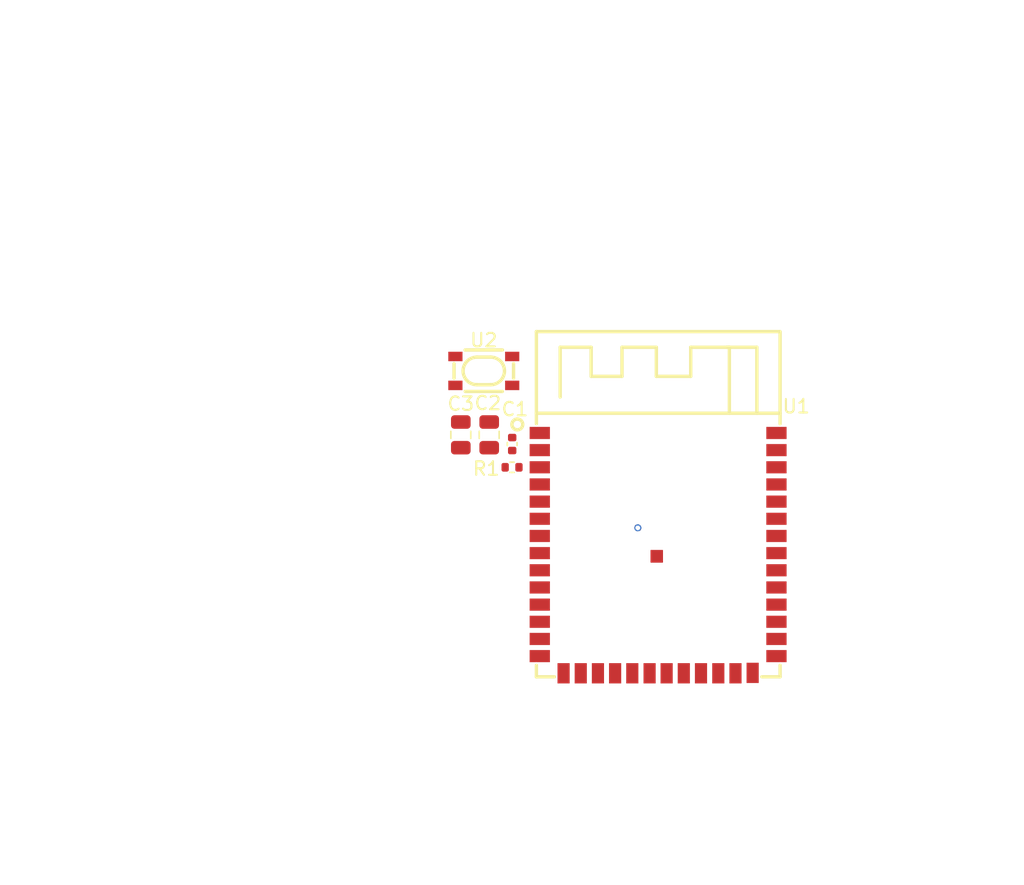
<source format=kicad_pcb>
(kicad_pcb (version 20240108) (generator "pcbnew") (generator_version "8.0")
  (layers (0 "F.Cu" signal) (31 "B.Cu" signal) (34 "B.Paste" user) (35 "F.Paste" user) (36 "B.SilkS" user "B.Silkscreen") (37 "F.SilkS" user "F.Silkscreen") (38 "B.Mask" user) (39 "F.Mask" user) (44 "Edge.Cuts" user))
  (net 0 "")
  (net 1 "en")
  (net 2 "io4")
  (net 3 "io5")
  (net 4 "io6")
  (net 5 "io7")
  (net 6 "io15")
  (net 7 "io16")
  (net 8 "io17")
  (net 9 "io18")
  (net 10 "io8")
  (net 11 "io19")
  (net 12 "io20")
  (net 13 "io3")
  (net 14 "io46")
  (net 15 "io9")
  (net 16 "io10")
  (net 17 "io11")
  (net 18 "io12")
  (net 19 "io13")
  (net 20 "io14")
  (net 21 "io21")
  (net 22 "io47")
  (net 23 "io48")
  (net 24 "io45")
  (net 25 "io0")
  (net 26 "io35")
  (net 27 "io36")
  (net 28 "io37")
  (net 29 "io38")
  (net 30 "io39")
  (net 31 "io40")
  (net 32 "ic-gnd")
  (net 33 "vcc")
  (net 34 "io41")
  (net 35 "io42")
  (net 36 "rxd0")
  (net 37 "txd0")
  (net 38 "io2")
  (net 39 "io1")
  (footprint "lib:C0402" (layer "F.Cu") (at 39.6 131.78 90)
    (property "Reference" "C1" (at 2.58 0.2 180) (layer "F.SilkS"))
    (property "Value" "16V 100nF X7R ±10% 0402  Multilayer Ceramic Capacitors MLCC - SMD/SMT ROHS")
    (fp_line (start -0.107836 -0.36) (end 0.107836 -0.36) (stroke (width 0.12)) (layer "F.SilkS"))
    (fp_line (start -0.107836 0.36) (end 0.107836 0.36) (stroke (width 0.12)) (layer "F.SilkS"))
    (pad "1" smd roundrect (at -0.48 0 90) (size 0.56 0.62) (layers "F.Cu" "F.Paste" "F.Mask") (net 33 "vcc"))
    (pad "2" smd roundrect (at 0.48 0 90) (size 0.56 0.62) (layers "F.Cu" "F.Paste" "F.Mask") (net 32 "ic-gnd"))
  )
  (footprint "lib:C0805" (layer "F.Cu") (at 35.8 131.1 90)
    (property "Reference" "C3" (at 2.3 0 180) (layer "F.SilkS"))
    (property "Value" "25V 10uF X5R ±10% 0805  Multilayer Ceramic Capacitors MLCC - SMD/SMT ROHS")
    (fp_line (start -0.261252 -0.735) (end 0.261252 -0.735) (stroke (width 0.12)) (layer "F.SilkS"))
    (fp_line (start -0.261252 0.735) (end 0.261252 0.735) (stroke (width 0.12)) (layer "F.SilkS"))
    (pad "1" smd roundrect (at -0.95 0 90) (size 1 1.45) (layers "F.Cu" "F.Paste" "F.Mask") (net 33 "vcc"))
    (pad "2" smd roundrect (at 0.95 0 90) (size 1 1.45) (layers "F.Cu" "F.Paste" "F.Mask") (net 32 "ic-gnd"))
  )
  (footprint "lib:R0402" (layer "F.Cu") (at 39.59 133.5)
    (property "Reference" "R1" (at -1.91 0.1 180) (layer "F.SilkS"))
    (property "Value" "62.5mW Thick Film Resistors ±100ppm/℃ ±1% 10kΩ 0402  Chip Resistor - Surface Mount ROHS")
    (fp_line (start -0.153641 -0.38) (end 0.153641 -0.38) (stroke (width 0.12)) (layer "F.SilkS"))
    (fp_line (start -0.153641 0.38) (end 0.153641 0.38) (stroke (width 0.12)) (layer "F.SilkS"))
    (pad "1" smd roundrect (at -0.51 0) (size 0.54 0.64) (layers "F.Cu" "F.Paste" "F.Mask") (net 33 "vcc"))
    (pad "2" smd roundrect (at 0.51 0) (size 0.54 0.64) (layers "F.Cu" "F.Paste" "F.Mask") (net 1 "en"))
  )
  (footprint "lib:WIRELM-SMD_ESP32-S3-WROOM-1" (layer "F.Cu") (at 50.39 139.85)
    (property "Reference" "U1" (at 10.21 -10.86 0) (layer "F.SilkS"))
    (property "Value" "")
    (fp_line (start -9 -16.39) (end -9 -9.57) (stroke (width 0.25)) (layer "F.SilkS"))
    (fp_line (start -9 -10.35) (end 9.02 -10.35) (stroke (width 0.25)) (layer "F.SilkS"))
    (fp_line (start -9 8.3) (end -9 9.15) (stroke (width 0.25)) (layer "F.SilkS"))
    (fp_line (start -9 9.15) (end -7.67 9.15) (stroke (width 0.25)) (layer "F.SilkS"))
    (fp_line (start -7.24 -15.23) (end -7.24 -11.55) (stroke (width 0.25)) (layer "F.SilkS"))
    (fp_line (start -4.95 -15.23) (end -7.24 -15.23) (stroke (width 0.25)) (layer "F.SilkS"))
    (fp_line (start -4.95 -13.08) (end -4.95 -15.23) (stroke (width 0.25)) (layer "F.SilkS"))
    (fp_line (start -2.67 -15.23) (end -2.67 -13.08) (stroke (width 0.25)) (layer "F.SilkS"))
    (fp_line (start -2.67 -13.08) (end -4.95 -13.08) (stroke (width 0.25)) (layer "F.SilkS"))
    (fp_line (start -0.13 -15.23) (end -2.67 -15.23) (stroke (width 0.25)) (layer "F.SilkS"))
    (fp_line (start -0.13 -13.08) (end -0.13 -15.23) (stroke (width 0.25)) (layer "F.SilkS"))
    (fp_line (start 2.41 -15.23) (end 2.41 -13.08) (stroke (width 0.25)) (layer "F.SilkS"))
    (fp_line (start 2.41 -13.08) (end -0.13 -13.08) (stroke (width 0.25)) (layer "F.SilkS"))
    (fp_line (start 5.27 -15.23) (end 2.41 -15.23) (stroke (width 0.25)) (layer "F.SilkS"))
    (fp_line (start 5.27 -10.35) (end 5.27 -15.23) (stroke (width 0.25)) (layer "F.SilkS"))
    (fp_line (start 7.3 -15.23) (end 5.06 -15.23) (stroke (width 0.25)) (layer "F.SilkS"))
    (fp_line (start 7.3 -10.35) (end 7.3 -15.23) (stroke (width 0.25)) (layer "F.SilkS"))
    (fp_line (start 7.67 9.15) (end 9.02 9.15) (stroke (width 0.25)) (layer "F.SilkS"))
    (fp_line (start 9 -16.39) (end -9 -16.39) (stroke (width 0.25)) (layer "F.SilkS"))
    (fp_line (start 9.02 -9.57) (end 9.02 -16.38) (stroke (width 0.25)) (layer "F.SilkS"))
    (fp_line (start 9.02 9.15) (end 9.02 8.3) (stroke (width 0.25)) (layer "F.SilkS"))
    (fp_circle (center -10.41 -9.52) (end -10.01 -9.52) (stroke (width 0.25)) (fill none) (layer "F.SilkS"))
    (pad "" thru_hole circle (at -1.5 -1.87) (size 0.5 0.5) (drill 0.3) (layers "*.Cu" "*.Paste" "*.Mask"))
    (pad "" thru_hole circle (at -1.5 -1.87) (size 0.5 0.5) (drill 0.3) (layers "*.Cu" "*.Paste" "*.Mask"))
    (pad "" thru_hole circle (at -1.5 -1.87) (size 0.5 0.5) (drill 0.3) (layers "*.Cu" "*.Paste" "*.Mask"))
    (pad "" thru_hole circle (at -1.5 -1.87) (size 0.5 0.5) (drill 0.3) (layers "*.Cu" "*.Paste" "*.Mask"))
    (pad "" thru_hole circle (at -1.5 -1.87) (size 0.5 0.5) (drill 0.3) (layers "*.Cu" "*.Paste" "*.Mask"))
    (pad "" thru_hole circle (at -1.5 -1.87) (size 0.5 0.5) (drill 0.3) (layers "*.Cu" "*.Paste" "*.Mask"))
    (pad "" thru_hole circle (at -1.5 -1.87) (size 0.5 0.5) (drill 0.3) (layers "*.Cu" "*.Paste" "*.Mask"))
    (pad "" thru_hole circle (at -1.5 -1.87) (size 0.5 0.5) (drill 0.3) (layers "*.Cu" "*.Paste" "*.Mask"))
    (pad "" thru_hole circle (at -1.5 -1.87) (size 0.5 0.5) (drill 0.3) (layers "*.Cu" "*.Paste" "*.Mask"))
    (pad "" thru_hole circle (at -1.5 -1.87) (size 0.5 0.5) (drill 0.3) (layers "*.Cu" "*.Paste" "*.Mask"))
    (pad "" thru_hole circle (at -1.5 -1.87) (size 0.5 0.5) (drill 0.3) (layers "*.Cu" "*.Paste" "*.Mask"))
    (pad "" thru_hole circle (at -1.5 -1.87) (size 0.5 0.5) (drill 0.3) (layers "*.Cu" "*.Paste" "*.Mask"))
    (pad "1" smd rect (at -8.75 -8.89) (size 1.5 0.9) (layers "F.Cu" "F.Paste" "F.Mask") (net 32 "ic-gnd"))
    (pad "2" smd rect (at -8.75 -7.62) (size 1.5 0.9) (layers "F.Cu" "F.Paste" "F.Mask") (net 33 "vcc"))
    (pad "3" smd rect (at -8.75 -6.35) (size 1.5 0.9) (layers "F.Cu" "F.Paste" "F.Mask") (net 1 "en"))
    (pad "4" smd rect (at -8.75 -5.08) (size 1.5 0.9) (layers "F.Cu" "F.Paste" "F.Mask") (net 2 "io4"))
    (pad "5" smd rect (at -8.75 -3.81) (size 1.5 0.9) (layers "F.Cu" "F.Paste" "F.Mask") (net 3 "io5"))
    (pad "6" smd rect (at -8.75 -2.54) (size 1.5 0.9) (layers "F.Cu" "F.Paste" "F.Mask") (net 4 "io6"))
    (pad "7" smd rect (at -8.75 -1.27) (size 1.5 0.9) (layers "F.Cu" "F.Paste" "F.Mask") (net 5 "io7"))
    (pad "8" smd rect (at -8.75 0) (size 1.5 0.9) (layers "F.Cu" "F.Paste" "F.Mask") (net 6 "io15"))
    (pad "9" smd rect (at -8.75 1.27) (size 1.5 0.9) (layers "F.Cu" "F.Paste" "F.Mask") (net 7 "io16"))
    (pad "10" smd rect (at -8.75 2.54) (size 1.5 0.9) (layers "F.Cu" "F.Paste" "F.Mask") (net 8 "io17"))
    (pad "11" smd rect (at -8.75 3.81) (size 1.5 0.9) (layers "F.Cu" "F.Paste" "F.Mask") (net 9 "io18"))
    (pad "12" smd rect (at -8.75 5.08) (size 1.5 0.9) (layers "F.Cu" "F.Paste" "F.Mask") (net 10 "io8"))
    (pad "13" smd rect (at -8.75 6.35) (size 1.5 0.9) (layers "F.Cu" "F.Paste" "F.Mask") (net 11 "io19"))
    (pad "14" smd rect (at -8.75 7.62) (size 1.5 0.9) (layers "F.Cu" "F.Paste" "F.Mask") (net 12 "io20"))
    (pad "15" smd rect (at -6.99 8.89 90) (size 1.5 0.9) (layers "F.Cu" "F.Paste" "F.Mask") (net 13 "io3"))
    (pad "16" smd rect (at -5.72 8.89 90) (size 1.5 0.9) (layers "F.Cu" "F.Paste" "F.Mask") (net 14 "io46"))
    (pad "17" smd rect (at -4.45 8.89 90) (size 1.5 0.9) (layers "F.Cu" "F.Paste" "F.Mask") (net 15 "io9"))
    (pad "18" smd rect (at -3.18 8.89 90) (size 1.5 0.9) (layers "F.Cu" "F.Paste" "F.Mask") (net 16 "io10"))
    (pad "19" smd rect (at -1.91 8.89 90) (size 1.5 0.9) (layers "F.Cu" "F.Paste" "F.Mask") (net 17 "io11"))
    (pad "20" smd rect (at -0.63 8.89 90) (size 1.5 0.9) (layers "F.Cu" "F.Paste" "F.Mask") (net 18 "io12"))
    (pad "21" smd rect (at 0.63 8.89 90) (size 1.5 0.9) (layers "F.Cu" "F.Paste" "F.Mask") (net 19 "io13"))
    (pad "22" smd rect (at 1.9 8.89 90) (size 1.5 0.9) (layers "F.Cu" "F.Paste" "F.Mask") (net 20 "io14"))
    (pad "23" smd rect (at 3.17 8.89 90) (size 1.5 0.9) (layers "F.Cu" "F.Paste" "F.Mask") (net 21 "io21"))
    (pad "24" smd rect (at 4.45 8.89 90) (size 1.5 0.9) (layers "F.Cu" "F.Paste" "F.Mask") (net 22 "io47"))
    (pad "25" smd rect (at 5.72 8.89 90) (size 1.5 0.9) (layers "F.Cu" "F.Paste" "F.Mask") (net 23 "io48"))
    (pad "26" smd rect (at 6.99 8.86 90) (size 1.5 0.9) (layers "F.Cu" "F.Paste" "F.Mask") (net 24 "io45"))
    (pad "27" smd rect (at 8.75 7.62 180) (size 1.5 0.9) (layers "F.Cu" "F.Paste" "F.Mask") (net 25 "io0"))
    (pad "28" smd rect (at 8.75 6.35 180) (size 1.5 0.9) (layers "F.Cu" "F.Paste" "F.Mask") (net 26 "io35"))
    (pad "29" smd rect (at 8.75 5.08 180) (size 1.5 0.9) (layers "F.Cu" "F.Paste" "F.Mask") (net 27 "io36"))
    (pad "30" smd rect (at 8.75 3.81 180) (size 1.5 0.9) (layers "F.Cu" "F.Paste" "F.Mask") (net 28 "io37"))
    (pad "31" smd rect (at 8.75 2.54 180) (size 1.5 0.9) (layers "F.Cu" "F.Paste" "F.Mask") (net 29 "io38"))
    (pad "32" smd rect (at 8.75 1.27 180) (size 1.5 0.9) (layers "F.Cu" "F.Paste" "F.Mask") (net 30 "io39"))
    (pad "33" smd rect (at 8.75 0 180) (size 1.5 0.9) (layers "F.Cu" "F.Paste" "F.Mask") (net 31 "io40"))
    (pad "34" smd rect (at 8.75 -1.27 180) (size 1.5 0.9) (layers "F.Cu" "F.Paste" "F.Mask") (net 34 "io41"))
    (pad "35" smd rect (at 8.75 -2.54 180) (size 1.5 0.9) (layers "F.Cu" "F.Paste" "F.Mask") (net 35 "io42"))
    (pad "36" smd rect (at 8.75 -3.81 180) (size 1.5 0.9) (layers "F.Cu" "F.Paste" "F.Mask") (net 36 "rxd0"))
    (pad "37" smd rect (at 8.75 -5.08 180) (size 1.5 0.9) (layers "F.Cu" "F.Paste" "F.Mask") (net 37 "txd0"))
    (pad "38" smd rect (at 8.75 -6.35 180) (size 1.5 0.9) (layers "F.Cu" "F.Paste" "F.Mask") (net 38 "io2"))
    (pad "39" smd rect (at 8.75 -7.62 180) (size 1.5 0.9) (layers "F.Cu" "F.Paste" "F.Mask") (net 39 "io1"))
    (pad "40" smd rect (at 8.75 -8.89 180) (size 1.5 0.9) (layers "F.Cu" "F.Paste" "F.Mask") (net 32 "ic-gnd"))
    (pad "41" smd rect (at -0.1 0.23 90) (size 0.9 0.9) (layers "F.Cu" "F.Paste" "F.Mask") (net 32 "ic-gnd"))
    (pad "41" smd rect (at -0.1 0.23 90) (size 0.9 0.9) (layers "F.Cu" "F.Paste" "F.Mask") (net 32 "ic-gnd"))
    (pad "41" smd rect (at -0.1 0.23 90) (size 0.9 0.9) (layers "F.Cu" "F.Paste" "F.Mask") (net 32 "ic-gnd"))
    (pad "41" smd rect (at -0.1 0.23 90) (size 0.9 0.9) (layers "F.Cu" "F.Paste" "F.Mask") (net 32 "ic-gnd"))
    (pad "41" smd rect (at -0.1 0.23 90) (size 0.9 0.9) (layers "F.Cu" "F.Paste" "F.Mask") (net 32 "ic-gnd"))
    (pad "41" smd rect (at -0.1 0.23 90) (size 0.9 0.9) (layers "F.Cu" "F.Paste" "F.Mask") (net 32 "ic-gnd"))
    (pad "41" smd rect (at -0.1 0.23 90) (size 0.9 0.9) (layers "F.Cu" "F.Paste" "F.Mask") (net 32 "ic-gnd"))
    (pad "41" smd rect (at -0.1 0.23 90) (size 0.9 0.9) (layers "F.Cu" "F.Paste" "F.Mask") (net 32 "ic-gnd"))
    (pad "41" smd rect (at -0.1 0.23 90) (size 0.9 0.9) (layers "F.Cu" "F.Paste" "F.Mask") (net 32 "ic-gnd"))
  )
  (footprint "lib:KEY-SMD_4P-L4.2-W3.2-P2.20-LS4.6" (layer "F.Cu") (at 37.5 126.37 180)
    (property "Reference" "U2" (at 0 2.27 180) (layer "F.SilkS"))
    (property "Value" "")
    (fp_line (start 2.2 -0.54) (end 2.2 0.54) (stroke (width 0.25)) (layer "F.SilkS"))
    (fp_line (start 1.37 -1.52) (end -1.37 -1.52) (stroke (width 0.25)) (layer "F.SilkS"))
    (fp_line (start -0.51 1.02) (end 0.51 1.02) (stroke (width 0.25)) (layer "F.SilkS"))
    (fp_line (start -0.51 -1.02) (end 0.51 -1.02) (stroke (width 0.25)) (layer "F.SilkS"))
    (fp_line (start -1.38 1.55) (end 1.38 1.55) (stroke (width 0.25)) (layer "F.SilkS"))
    (fp_line (start -2.2 -0.54) (end -2.2 0.54) (stroke (width 0.25)) (layer "F.SilkS"))
    (fp_arc (start 0.51 -1.02) (mid 1.53 0) (end 0.51 1.02) (stroke (width 0.25)) (layer "F.SilkS"))
    (fp_arc (start -0.51 1.02) (mid -1.53 0) (end -0.51 -1.02) (stroke (width 0.25)) (layer "F.SilkS"))
    (pad "1" smd rect (at -2.1 -1.07 180) (size 1.05 0.7) (layers "F.Cu" "F.Paste" "F.Mask") (net 1 "en"))
    (pad "2" smd rect (at 2.1 -1.07 180) (size 1.05 0.7) (layers "F.Cu" "F.Paste" "F.Mask") (net 1 "en"))
    (pad "3" smd rect (at -2.1 1.07 180) (size 1.05 0.7) (layers "F.Cu" "F.Paste" "F.Mask") (net 32 "ic-gnd"))
    (pad "4" smd rect (at 2.1 1.07 180) (size 1.05 0.7) (layers "F.Cu" "F.Paste" "F.Mask") (net 32 "ic-gnd"))
  )
  (footprint "lib:C0805" (layer "F.Cu") (at 37.9 131.1 90)
    (property "Reference" "C2" (at 2.35 -0.1 180) (layer "F.SilkS"))
    (property "Value" "25V 10uF X5R ±10% 0805  Multilayer Ceramic Capacitors MLCC - SMD/SMT ROHS")
    (fp_line (start -0.261252 -0.735) (end 0.261252 -0.735) (stroke (width 0.12)) (layer "F.SilkS"))
    (fp_line (start -0.261252 0.735) (end 0.261252 0.735) (stroke (width 0.12)) (layer "F.SilkS"))
    (pad "1" smd roundrect (at -0.95 0 90) (size 1 1.45) (layers "F.Cu" "F.Paste" "F.Mask") (net 33 "vcc"))
    (pad "2" smd roundrect (at 0.95 0 90) (size 1 1.45) (layers "F.Cu" "F.Paste" "F.Mask") (net 32 "ic-gnd"))
  )
)
</source>
